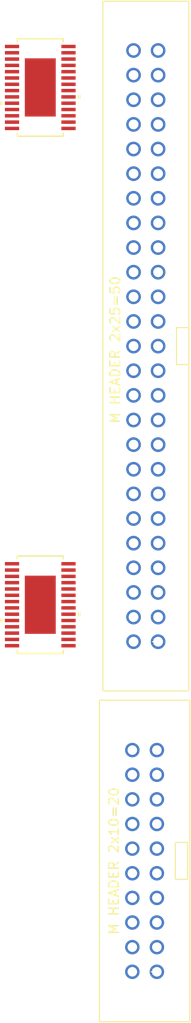
<source format=kicad_pcb>
(kicad_pcb (version 20221018) (generator pcbnew)
  (layers (0 "F.Cu" signal) (31 "B.Cu" signal) (34 "B.Paste" user) (35 "F.Paste" user) (36 "B.SilkS" user "B.Silkscreen") (37 "F.SilkS" user "F.Silkscreen") (38 "B.Mask" user) (39 "F.Mask" user) (44 "Edge.Cuts" user))
  (net 0 "")
  (footprint "Luminator:TSSOP-28EP_MPQ6628_MNP" (layer "F.Cu") (at 120.65 92.71)
    (fp_text reference "REF**" hide)
    (fp_text value "TSSOP-28EP_MPQ6628_MNP" hide)
    (fp_line (start -2.3749 -5.0292) (end -2.3749 -4.73554) (stroke (width 0.1524)) (layer "F.SilkS"))
    (fp_line (start -2.3749 4.735538) (end -2.3749 5.0292) (stroke (width 0.1524)) (layer "F.SilkS"))
    (fp_line (start -2.3749 5.0292) (end 2.3749 5.0292) (stroke (width 0.1524)) (layer "F.SilkS"))
    (fp_line (start 2.3749 -5.0292) (end -2.3749 -5.0292) (stroke (width 0.1524)) (layer "F.SilkS"))
    (fp_line (start 2.3749 -4.73554) (end 2.3749 -5.0292) (stroke (width 0.1524)) (layer "F.SilkS"))
    (fp_line (start 2.3749 5.0292) (end 2.3749 4.73554) (stroke (width 0.1524)) (layer "F.SilkS"))
    (fp_poly (pts (xy -4.1656 1.434498) (xy -4.1656 1.815498) (xy -3.9116 1.815498) (xy -3.9116 1.434498)) (fill solid) (layer "F.SilkS"))
    (fp_poly (pts (xy 4.1656 0.784499) (xy 4.1656 1.165499) (xy 3.9116 1.165499) (xy 3.9116 0.784499)) (fill solid) (layer "F.SilkS"))
    (pad "" smd rect (at 0 0) (size 3.200001 6.000001) (layers "F.Cu" "F.Mask"))
    (pad "1" smd rect (at -2.921 -4.225) (size 1.4732 0.3556) (layers "F.Cu" "F.Paste" "F.Mask"))
    (pad "2" smd rect (at -2.921 -3.574999) (size 1.4732 0.3556) (layers "F.Cu" "F.Paste" "F.Mask"))
    (pad "3" smd rect (at -2.921 -2.925) (size 1.4732 0.3556) (layers "F.Cu" "F.Paste" "F.Mask"))
    (pad "4" smd rect (at -2.921 -2.274999) (size 1.4732 0.3556) (layers "F.Cu" "F.Paste" "F.Mask"))
    (pad "5" smd rect (at -2.921 -1.625001) (size 1.4732 0.3556) (layers "F.Cu" "F.Paste" "F.Mask"))
    (pad "6" smd rect (at -2.921 -0.974999) (size 1.4732 0.3556) (layers "F.Cu" "F.Paste" "F.Mask"))
    (pad "7" smd rect (at -2.921 -0.325001) (size 1.4732 0.3556) (layers "F.Cu" "F.Paste" "F.Mask"))
    (pad "8" smd rect (at -2.921 0.324998) (size 1.4732 0.3556) (layers "F.Cu" "F.Paste" "F.Mask"))
    (pad "9" smd rect (at -2.921 0.974999) (size 1.4732 0.3556) (layers "F.Cu" "F.Paste" "F.Mask"))
    (pad "10" smd rect (at -2.921 1.624998) (size 1.4732 0.3556) (layers "F.Cu" "F.Paste" "F.Mask"))
    (pad "11" smd rect (at -2.921 2.274999) (size 1.4732 0.3556) (layers "F.Cu" "F.Paste" "F.Mask"))
    (pad "12" smd rect (at -2.921 2.924998) (size 1.4732 0.3556) (layers "F.Cu" "F.Paste" "F.Mask"))
    (pad "13" smd rect (at -2.921 3.574999) (size 1.4732 0.3556) (layers "F.Cu" "F.Paste" "F.Mask"))
    (pad "14" smd rect (at -2.921 4.224998) (size 1.4732 0.3556) (layers "F.Cu" "F.Paste" "F.Mask"))
    (pad "15" smd rect (at 2.921 4.225) (size 1.4732 0.3556) (layers "F.Cu" "F.Paste" "F.Mask"))
    (pad "16" smd rect (at 2.921 3.574999) (size 1.4732 0.3556) (layers "F.Cu" "F.Paste" "F.Mask"))
    (pad "17" smd rect (at 2.921 2.925) (size 1.4732 0.3556) (layers "F.Cu" "F.Paste" "F.Mask"))
    (pad "18" smd rect (at 2.921 2.274999) (size 1.4732 0.3556) (layers "F.Cu" "F.Paste" "F.Mask"))
    (pad "19" smd rect (at 2.921 1.625001) (size 1.4732 0.3556) (layers "F.Cu" "F.Paste" "F.Mask"))
    (pad "20" smd rect (at 2.921 0.974999) (size 1.4732 0.3556) (layers "F.Cu" "F.Paste" "F.Mask"))
    (pad "21" smd rect (at 2.921 0.325001) (size 1.4732 0.3556) (layers "F.Cu" "F.Paste" "F.Mask"))
    (pad "22" smd rect (at 2.921 -0.325001) (size 1.4732 0.3556) (layers "F.Cu" "F.Paste" "F.Mask"))
    (pad "23" smd rect (at 2.921 -0.974999) (size 1.4732 0.3556) (layers "F.Cu" "F.Paste" "F.Mask"))
    (pad "24" smd rect (at 2.921 -1.625001) (size 1.4732 0.3556) (layers "F.Cu" "F.Paste" "F.Mask"))
    (pad "25" smd rect (at 2.921 -2.274999) (size 1.4732 0.3556) (layers "F.Cu" "F.Paste" "F.Mask"))
    (pad "26" smd rect (at 2.921 -2.925) (size 1.4732 0.3556) (layers "F.Cu" "F.Paste" "F.Mask"))
    (pad "27" smd rect (at 2.921 -3.574999) (size 1.4732 0.3556) (layers "F.Cu" "F.Paste" "F.Mask"))
    (pad "28" smd rect (at 2.921 -4.225) (size 1.4732 0.3556) (layers "F.Cu" "F.Paste" "F.Mask"))
  )
  (footprint "Luminator:TSSOP-28EP_MPQ6628_MNP" (layer "F.Cu") (at 120.65 39.37)
    (fp_text reference "REF**" hide)
    (fp_text value "TSSOP-28EP_MPQ6628_MNP" hide)
    (fp_line (start -2.3749 -5.0292) (end -2.3749 -4.73554) (stroke (width 0.1524)) (layer "F.SilkS"))
    (fp_line (start -2.3749 4.735538) (end -2.3749 5.0292) (stroke (width 0.1524)) (layer "F.SilkS"))
    (fp_line (start -2.3749 5.0292) (end 2.3749 5.0292) (stroke (width 0.1524)) (layer "F.SilkS"))
    (fp_line (start 2.3749 -5.0292) (end -2.3749 -5.0292) (stroke (width 0.1524)) (layer "F.SilkS"))
    (fp_line (start 2.3749 -4.73554) (end 2.3749 -5.0292) (stroke (width 0.1524)) (layer "F.SilkS"))
    (fp_line (start 2.3749 5.0292) (end 2.3749 4.73554) (stroke (width 0.1524)) (layer "F.SilkS"))
    (fp_poly (pts (xy -4.1656 1.434498) (xy -4.1656 1.815498) (xy -3.9116 1.815498) (xy -3.9116 1.434498)) (fill solid) (layer "F.SilkS"))
    (fp_poly (pts (xy 4.1656 0.784499) (xy 4.1656 1.165499) (xy 3.9116 1.165499) (xy 3.9116 0.784499)) (fill solid) (layer "F.SilkS"))
    (pad "" smd rect (at 0 0) (size 3.200001 6.000001) (layers "F.Cu" "F.Mask"))
    (pad "1" smd rect (at -2.921 -4.225) (size 1.4732 0.3556) (layers "F.Cu" "F.Paste" "F.Mask"))
    (pad "2" smd rect (at -2.921 -3.574999) (size 1.4732 0.3556) (layers "F.Cu" "F.Paste" "F.Mask"))
    (pad "3" smd rect (at -2.921 -2.925) (size 1.4732 0.3556) (layers "F.Cu" "F.Paste" "F.Mask"))
    (pad "4" smd rect (at -2.921 -2.274999) (size 1.4732 0.3556) (layers "F.Cu" "F.Paste" "F.Mask"))
    (pad "5" smd rect (at -2.921 -1.625001) (size 1.4732 0.3556) (layers "F.Cu" "F.Paste" "F.Mask"))
    (pad "6" smd rect (at -2.921 -0.974999) (size 1.4732 0.3556) (layers "F.Cu" "F.Paste" "F.Mask"))
    (pad "7" smd rect (at -2.921 -0.325001) (size 1.4732 0.3556) (layers "F.Cu" "F.Paste" "F.Mask"))
    (pad "8" smd rect (at -2.921 0.324998) (size 1.4732 0.3556) (layers "F.Cu" "F.Paste" "F.Mask"))
    (pad "9" smd rect (at -2.921 0.974999) (size 1.4732 0.3556) (layers "F.Cu" "F.Paste" "F.Mask"))
    (pad "10" smd rect (at -2.921 1.624998) (size 1.4732 0.3556) (layers "F.Cu" "F.Paste" "F.Mask"))
    (pad "11" smd rect (at -2.921 2.274999) (size 1.4732 0.3556) (layers "F.Cu" "F.Paste" "F.Mask"))
    (pad "12" smd rect (at -2.921 2.924998) (size 1.4732 0.3556) (layers "F.Cu" "F.Paste" "F.Mask"))
    (pad "13" smd rect (at -2.921 3.574999) (size 1.4732 0.3556) (layers "F.Cu" "F.Paste" "F.Mask"))
    (pad "14" smd rect (at -2.921 4.224998) (size 1.4732 0.3556) (layers "F.Cu" "F.Paste" "F.Mask"))
    (pad "15" smd rect (at 2.921 4.225) (size 1.4732 0.3556) (layers "F.Cu" "F.Paste" "F.Mask"))
    (pad "16" smd rect (at 2.921 3.574999) (size 1.4732 0.3556) (layers "F.Cu" "F.Paste" "F.Mask"))
    (pad "17" smd rect (at 2.921 2.925) (size 1.4732 0.3556) (layers "F.Cu" "F.Paste" "F.Mask"))
    (pad "18" smd rect (at 2.921 2.274999) (size 1.4732 0.3556) (layers "F.Cu" "F.Paste" "F.Mask"))
    (pad "19" smd rect (at 2.921 1.625001) (size 1.4732 0.3556) (layers "F.Cu" "F.Paste" "F.Mask"))
    (pad "20" smd rect (at 2.921 0.974999) (size 1.4732 0.3556) (layers "F.Cu" "F.Paste" "F.Mask"))
    (pad "21" smd rect (at 2.921 0.325001) (size 1.4732 0.3556) (layers "F.Cu" "F.Paste" "F.Mask"))
    (pad "22" smd rect (at 2.921 -0.325001) (size 1.4732 0.3556) (layers "F.Cu" "F.Paste" "F.Mask"))
    (pad "23" smd rect (at 2.921 -0.974999) (size 1.4732 0.3556) (layers "F.Cu" "F.Paste" "F.Mask"))
    (pad "24" smd rect (at 2.921 -1.625001) (size 1.4732 0.3556) (layers "F.Cu" "F.Paste" "F.Mask"))
    (pad "25" smd rect (at 2.921 -2.274999) (size 1.4732 0.3556) (layers "F.Cu" "F.Paste" "F.Mask"))
    (pad "26" smd rect (at 2.921 -2.925) (size 1.4732 0.3556) (layers "F.Cu" "F.Paste" "F.Mask"))
    (pad "27" smd rect (at 2.921 -3.574999) (size 1.4732 0.3556) (layers "F.Cu" "F.Paste" "F.Mask"))
    (pad "28" smd rect (at 2.921 -4.225) (size 1.4732 0.3556) (layers "F.Cu" "F.Paste" "F.Mask"))
  )
  (footprint "Luminator:M HEADER 2x10=20 2.54mm" (layer "F.Cu") (at 132.715 130.556 90)
    (fp_text reference "REF**" hide)
    (fp_text value "M HEADER 2x10=20" (at 11.43 -4.445 90) (layer "F.SilkS"))
    (fp_text user "*" (at 0 0 90) (layer "F.SilkS"))
    (fp_line (start -5.1435 -5.9436) (end -5.1435 3.4036) (stroke (width 0.12)) (layer "F.SilkS"))
    (fp_line (start -5.1435 3.4036) (end 28.0035 3.4036) (stroke (width 0.12)) (layer "F.SilkS"))
    (fp_line (start 28.0035 -5.9436) (end -5.1435 -5.9436) (stroke (width 0.12)) (layer "F.SilkS"))
    (fp_line (start 28.0035 3.4036) (end 28.0035 -5.9436) (stroke (width 0.12)) (layer "F.SilkS"))
    (fp_rect (start 9.525 1.905) (end 13.335 3.175) (stroke (width 0.12)) (fill none) (layer "F.SilkS"))
    (pad "1" thru_hole circle (at 0 0 90) (size 1.4986 1.4986) (drill 0.9906) (layers "*.Cu" "*.Mask"))
    (pad "2" thru_hole circle (at 0 -2.54 90) (size 1.4986 1.4986) (drill 0.9906) (layers "*.Cu" "*.Mask"))
    (pad "3" thru_hole circle (at 2.54 0 90) (size 1.4986 1.4986) (drill 0.9906) (layers "*.Cu" "*.Mask"))
    (pad "4" thru_hole circle (at 2.54 -2.54 90) (size 1.4986 1.4986) (drill 0.9906) (layers "*.Cu" "*.Mask"))
    (pad "5" thru_hole circle (at 5.08 0 90) (size 1.4986 1.4986) (drill 0.9906) (layers "*.Cu" "*.Mask"))
    (pad "6" thru_hole circle (at 5.08 -2.54 90) (size 1.4986 1.4986) (drill 0.9906) (layers "*.Cu" "*.Mask"))
    (pad "7" thru_hole circle (at 7.62 0 90) (size 1.4986 1.4986) (drill 0.9906) (layers "*.Cu" "*.Mask"))
    (pad "8" thru_hole circle (at 7.62 -2.54 90) (size 1.4986 1.4986) (drill 0.9906) (layers "*.Cu" "*.Mask"))
    (pad "9" thru_hole circle (at 10.16 0 90) (size 1.4986 1.4986) (drill 0.9906) (layers "*.Cu" "*.Mask"))
    (pad "10" thru_hole circle (at 10.16 -2.54 90) (size 1.4986 1.4986) (drill 0.9906) (layers "*.Cu" "*.Mask"))
    (pad "11" thru_hole circle (at 12.7 0 90) (size 1.4986 1.4986) (drill 0.9906) (layers "*.Cu" "*.Mask"))
    (pad "12" thru_hole circle (at 12.7 -2.54 90) (size 1.4986 1.4986) (drill 0.9906) (layers "*.Cu" "*.Mask"))
    (pad "13" thru_hole circle (at 15.24 0 90) (size 1.4986 1.4986) (drill 0.9906) (layers "*.Cu" "*.Mask"))
    (pad "14" thru_hole circle (at 15.24 -2.54 90) (size 1.4986 1.4986) (drill 0.9906) (layers "*.Cu" "*.Mask"))
    (pad "15" thru_hole circle (at 17.78 0 90) (size 1.4986 1.4986) (drill 0.9906) (layers "*.Cu" "*.Mask"))
    (pad "16" thru_hole circle (at 17.78 -2.54 90) (size 1.4986 1.4986) (drill 0.9906) (layers "*.Cu" "*.Mask"))
    (pad "17" thru_hole circle (at 20.32 0 90) (size 1.4986 1.4986) (drill 0.9906) (layers "*.Cu" "*.Mask"))
    (pad "18" thru_hole circle (at 20.32 -2.54 90) (size 1.4986 1.4986) (drill 0.9906) (layers "*.Cu" "*.Mask"))
    (pad "19" thru_hole circle (at 22.86 0 90) (size 1.4986 1.4986) (drill 0.9906) (layers "*.Cu" "*.Mask"))
    (pad "20" thru_hole circle (at 22.86 -2.54 90) (size 1.4986 1.4986) (drill 0.9906) (layers "*.Cu" "*.Mask"))
  )
  (footprint "Luminator:M HEADER 2x25=50 2.54mm" (layer "F.Cu") (at 132.842 96.52 90)
    (fp_text reference "REF**" hide)
    (fp_text value "M HEADER 2x25=50 " (at 30.48 -4.445 90) (layer "F.SilkS"))
    (fp_text user "*" (at 0 0 90) (layer "F.SilkS"))
    (fp_line (start -5.08 -5.715) (end -5.08 3.175) (stroke (width 0.12)) (layer "F.SilkS"))
    (fp_line (start -5.08 3.175) (end 66.04 3.175) (stroke (width 0.12)) (layer "F.SilkS"))
    (fp_line (start 66.04 -5.715) (end -5.08 -5.715) (stroke (width 0.12)) (layer "F.SilkS"))
    (fp_line (start 66.04 3.175) (end 66.04 -5.715) (stroke (width 0.12)) (layer "F.SilkS"))
    (fp_rect (start 28.575 1.905) (end 32.385 3.175) (stroke (width 0.12)) (fill none) (layer "F.SilkS"))
    (pad "1" thru_hole circle (at 0 0 90) (size 1.524 1.524) (drill 1.016) (layers "*.Cu" "*.Mask"))
    (pad "2" thru_hole circle (at 0 -2.54 90) (size 1.524 1.524) (drill 1.016) (layers "*.Cu" "*.Mask"))
    (pad "3" thru_hole circle (at 2.54 0 90) (size 1.524 1.524) (drill 1.016) (layers "*.Cu" "*.Mask"))
    (pad "4" thru_hole circle (at 2.54 -2.54 90) (size 1.524 1.524) (drill 1.016) (layers "*.Cu" "*.Mask"))
    (pad "5" thru_hole circle (at 5.08 0 90) (size 1.524 1.524) (drill 1.016) (layers "*.Cu" "*.Mask"))
    (pad "6" thru_hole circle (at 5.08 -2.54 90) (size 1.524 1.524) (drill 1.016) (layers "*.Cu" "*.Mask"))
    (pad "7" thru_hole circle (at 7.62 0 90) (size 1.524 1.524) (drill 1.016) (layers "*.Cu" "*.Mask"))
    (pad "8" thru_hole circle (at 7.62 -2.54 90) (size 1.524 1.524) (drill 1.016) (layers "*.Cu" "*.Mask"))
    (pad "9" thru_hole circle (at 10.16 0 90) (size 1.524 1.524) (drill 1.016) (layers "*.Cu" "*.Mask"))
    (pad "10" thru_hole circle (at 10.16 -2.54 90) (size 1.524 1.524) (drill 1.016) (layers "*.Cu" "*.Mask"))
    (pad "11" thru_hole circle (at 12.7 0 90) (size 1.524 1.524) (drill 1.016) (layers "*.Cu" "*.Mask"))
    (pad "12" thru_hole circle (at 12.7 -2.54 90) (size 1.524 1.524) (drill 1.016) (layers "*.Cu" "*.Mask"))
    (pad "13" thru_hole circle (at 15.24 0 90) (size 1.524 1.524) (drill 1.016) (layers "*.Cu" "*.Mask"))
    (pad "14" thru_hole circle (at 15.24 -2.54 90) (size 1.524 1.524) (drill 1.016) (layers "*.Cu" "*.Mask"))
    (pad "15" thru_hole circle (at 17.78 0 90) (size 1.524 1.524) (drill 1.016) (layers "*.Cu" "*.Mask"))
    (pad "16" thru_hole circle (at 17.78 -2.54 90) (size 1.524 1.524) (drill 1.016) (layers "*.Cu" "*.Mask"))
    (pad "17" thru_hole circle (at 20.32 0 90) (size 1.524 1.524) (drill 1.016) (layers "*.Cu" "*.Mask"))
    (pad "18" thru_hole circle (at 20.32 -2.54 90) (size 1.524 1.524) (drill 1.016) (layers "*.Cu" "*.Mask"))
    (pad "19" thru_hole circle (at 22.86 0 90) (size 1.524 1.524) (drill 1.016) (layers "*.Cu" "*.Mask"))
    (pad "20" thru_hole circle (at 22.86 -2.54 90) (size 1.524 1.524) (drill 1.016) (layers "*.Cu" "*.Mask"))
    (pad "21" thru_hole circle (at 25.4 0 90) (size 1.524 1.524) (drill 1.016) (layers "*.Cu" "*.Mask"))
    (pad "22" thru_hole circle (at 25.4 -2.54 90) (size 1.524 1.524) (drill 1.016) (layers "*.Cu" "*.Mask"))
    (pad "23" thru_hole circle (at 27.94 0 90) (size 1.524 1.524) (drill 1.016) (layers "*.Cu" "*.Mask"))
    (pad "24" thru_hole circle (at 27.94 -2.54 90) (size 1.524 1.524) (drill 1.016) (layers "*.Cu" "*.Mask"))
    (pad "25" thru_hole circle (at 30.48 0 90) (size 1.524 1.524) (drill 1.016) (layers "*.Cu" "*.Mask"))
    (pad "26" thru_hole circle (at 30.48 -2.54 90) (size 1.524 1.524) (drill 1.016) (layers "*.Cu" "*.Mask"))
    (pad "27" thru_hole circle (at 33.02 0 90) (size 1.524 1.524) (drill 1.016) (layers "*.Cu" "*.Mask"))
    (pad "28" thru_hole circle (at 33.02 -2.54 90) (size 1.524 1.524) (drill 1.016) (layers "*.Cu" "*.Mask"))
    (pad "29" thru_hole circle (at 35.56 0 90) (size 1.524 1.524) (drill 1.016) (layers "*.Cu" "*.Mask"))
    (pad "30" thru_hole circle (at 35.56 -2.54 90) (size 1.524 1.524) (drill 1.016) (layers "*.Cu" "*.Mask"))
    (pad "31" thru_hole circle (at 38.1 0 90) (size 1.524 1.524) (drill 1.016) (layers "*.Cu" "*.Mask"))
    (pad "32" thru_hole circle (at 38.1 -2.54 90) (size 1.524 1.524) (drill 1.016) (layers "*.Cu" "*.Mask"))
    (pad "33" thru_hole circle (at 40.64 0 90) (size 1.524 1.524) (drill 1.016) (layers "*.Cu" "*.Mask"))
    (pad "34" thru_hole circle (at 40.64 -2.54 90) (size 1.524 1.524) (drill 1.016) (layers "*.Cu" "*.Mask"))
    (pad "35" thru_hole circle (at 43.18 0 90) (size 1.524 1.524) (drill 1.016) (layers "*.Cu" "*.Mask"))
    (pad "36" thru_hole circle (at 43.18 -2.54 90) (size 1.524 1.524) (drill 1.016) (layers "*.Cu" "*.Mask"))
    (pad "37" thru_hole circle (at 45.72 0 90) (size 1.524 1.524) (drill 1.016) (layers "*.Cu" "*.Mask"))
    (pad "38" thru_hole circle (at 45.72 -2.54 90) (size 1.524 1.524) (drill 1.016) (layers "*.Cu" "*.Mask"))
    (pad "39" thru_hole circle (at 48.26 0 90) (size 1.524 1.524) (drill 1.016) (layers "*.Cu" "*.Mask"))
    (pad "40" thru_hole circle (at 48.26 -2.54 90) (size 1.524 1.524) (drill 1.016) (layers "*.Cu" "*.Mask"))
    (pad "41" thru_hole circle (at 50.8 0 90) (size 1.524 1.524) (drill 1.016) (layers "*.Cu" "*.Mask"))
    (pad "42" thru_hole circle (at 50.8 -2.54 90) (size 1.524 1.524) (drill 1.016) (layers "*.Cu" "*.Mask"))
    (pad "43" thru_hole circle (at 53.34 0 90) (size 1.524 1.524) (drill 1.016) (layers "*.Cu" "*.Mask"))
    (pad "44" thru_hole circle (at 53.34 -2.54 90) (size 1.524 1.524) (drill 1.016) (layers "*.Cu" "*.Mask"))
    (pad "45" thru_hole circle (at 55.88 0 90) (size 1.524 1.524) (drill 1.016) (layers "*.Cu" "*.Mask"))
    (pad "46" thru_hole circle (at 55.88 -2.54 90) (size 1.524 1.524) (drill 1.016) (layers "*.Cu" "*.Mask"))
    (pad "47" thru_hole circle (at 58.42 0 90) (size 1.524 1.524) (drill 1.016) (layers "*.Cu" "*.Mask"))
    (pad "48" thru_hole circle (at 58.42 -2.54 90) (size 1.524 1.524) (drill 1.016) (layers "*.Cu" "*.Mask"))
    (pad "49" thru_hole circle (at 60.96 0 90) (size 1.524 1.524) (drill 1.016) (layers "*.Cu" "*.Mask"))
    (pad "50" thru_hole circle (at 60.96 -2.54 90) (size 1.524 1.524) (drill 1.016) (layers "*.Cu" "*.Mask"))
  )
)
</source>
